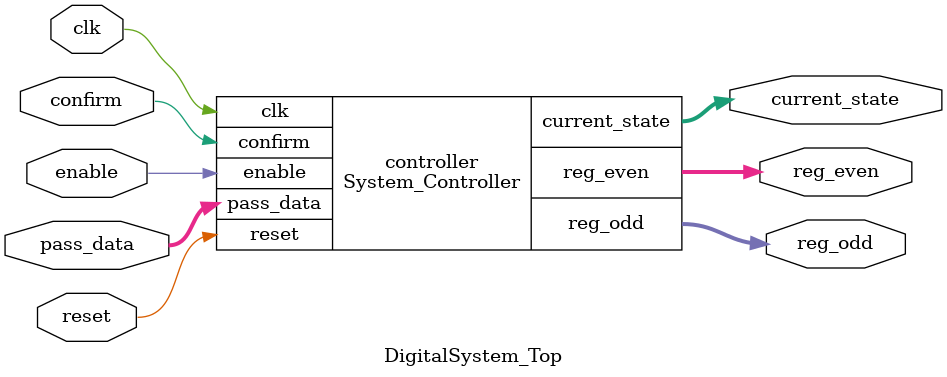
<source format=v>
module Register_4bit (
    input clk,   
    input enable,     
    input [3:0] din,    
    output reg [3:0] dout 
);

always @(posedge clk) begin
    if (enable) begin
        dout <= din;    
    end
end

endmodule




module Odd_Register(
    input clk,
    input reset,
    input enable,
    input [3:0] data_in,
    output reg [3:0] data_out
);

always @(posedge clk or posedge reset) begin
    if (reset) begin
        data_out <= 4'b0000;
    end else if (enable) begin
        data_out <= data_in;
    end
end

endmodule





module Even_Register(
    input clk,
    input reset,
    input enable,
    input [3:0] data_in,
    output reg [3:0] data_out
);

always @(posedge clk or posedge reset) begin
    if (reset) begin
        data_out <= 4'b0000;
    end else if (enable) begin
        data_out <= data_in;
    end
end

endmodule




module System_Controller(
    input clk,
    input reset,
    input [3:0] pass_data,
    input confirm,
    input enable,
    output [3:0] reg_odd,
    output [3:0] reg_even,
    output [2:0] current_state
);

wire odd_reg_enable;
wire even_reg_enable;
wire pass_correct;
reg [3:0] data_to_store;

parameter IDLE     = 3'b000;
parameter ACTIVE   = 3'b001;
parameter REQUEST  = 3'b101;
parameter STORE    = 3'b110;
parameter ERROR    = 3'b111;

reg [2:0] state;


assign pass_correct = (pass_data == 4'b1101);


assign odd_reg_enable = (state == STORE) && data_to_store[0];
assign even_reg_enable = (state == STORE) && !data_to_store[0];


always @(posedge clk or posedge reset) begin
    if (reset) begin
        state <= IDLE;
        data_to_store <= 4'b0000;
    end else begin
        case (state)
            IDLE: begin
                if (enable) state <= ACTIVE;
            end
            
            ACTIVE: begin
                if (!enable) begin
                    state <= IDLE;
                end else if (confirm) begin
                    if (pass_correct) begin
                        state <= REQUEST;
                    end else begin
                        state <= ERROR;
                    end
                end
            end
            
            REQUEST: begin
                if (!enable) begin
                    state <= IDLE;
                end else if (confirm) begin
                    data_to_store <= pass_data;
                    state <= STORE;
                end
            end
            
            STORE: begin
                state <= IDLE;
            end
            
            ERROR: begin
                if (!enable) state <= IDLE;
            end
        endcase
    end
end

assign current_state = state;


Odd_Register odd_reg (
    .clk(clk),
    .reset(reset),
    .enable(odd_reg_enable),
    .data_in(data_to_store),
    .data_out(reg_odd)
);


Even_Register even_reg (
    .clk(clk),
    .reset(reset),
    .enable(even_reg_enable),
    .data_in(data_to_store),
    .data_out(reg_even)
);

endmodule




module DigitalSystem_Top(
    input clk,
    input reset,
    input [3:0] pass_data,
    input confirm,
    input enable,
    output [3:0] reg_odd,
    output [3:0] reg_even,
    output [2:0] current_state
);

System_Controller controller (
    .clk(clk),
    .reset(reset),
    .pass_data(pass_data),
    .confirm(confirm),
    .enable(enable),
    .reg_odd(reg_odd),
    .reg_even(reg_even),
    .current_state(current_state)
);

endmodule
</source>
